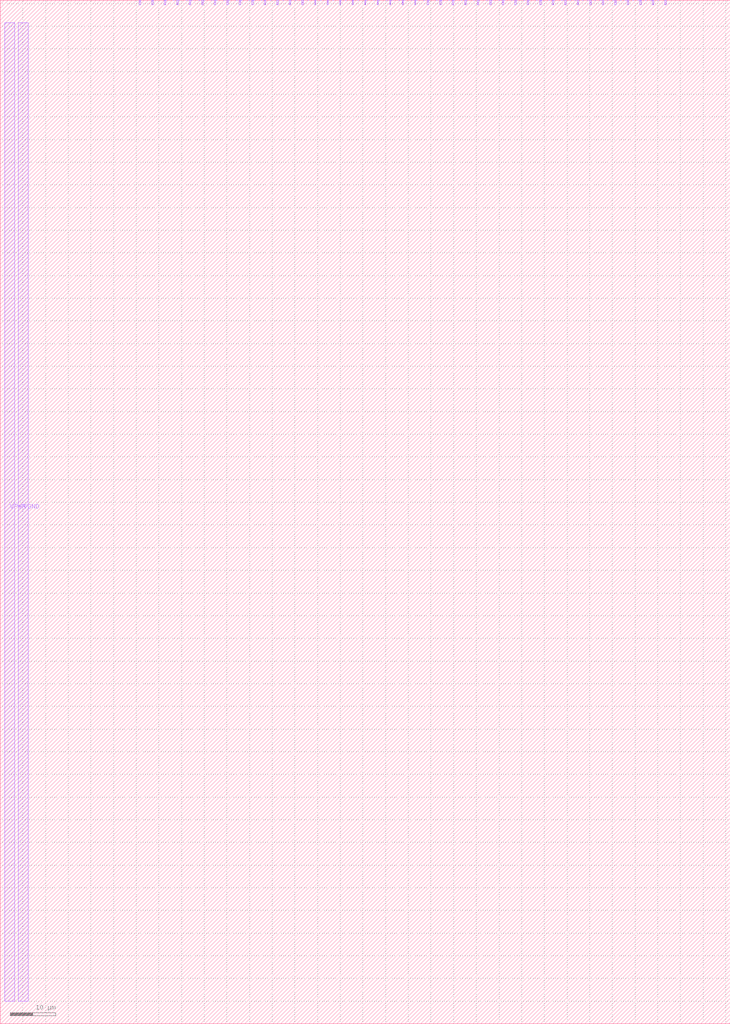
<source format=lef>
VERSION 5.7 ;
  NOWIREEXTENSIONATPIN ON ;
  DIVIDERCHAR "/" ;
  BUSBITCHARS "[]" ;
MACRO tt_um_dpi_adexp
  CLASS BLOCK ;
  FOREIGN tt_um_dpi_adexp ;
  ORIGIN 0.000 0.000 ;
  SIZE 161.000 BY 225.760 ;
  PIN clk
    DIRECTION INPUT ;
    USE SIGNAL ;
    PORT
      LAYER Metal4 ;
        RECT 143.830 224.760 144.130 225.760 ;
    END
  END clk
  PIN ena
    DIRECTION INPUT ;
    USE SIGNAL ;
    PORT
      LAYER Metal4 ;
        RECT 146.590 224.760 146.890 225.760 ;
    END
  END ena
  PIN rst_n
    DIRECTION INPUT ;
    USE SIGNAL ;
    PORT
      LAYER Metal4 ;
        RECT 141.070 224.760 141.370 225.760 ;
    END
  END rst_n
  PIN ui_in[0]
    DIRECTION INPUT ;
    USE SIGNAL ;
    PORT
      LAYER Metal4 ;
        RECT 138.310 224.760 138.610 225.760 ;
    END
  END ui_in[0]
  PIN ui_in[1]
    DIRECTION INPUT ;
    USE SIGNAL ;
    PORT
      LAYER Metal4 ;
        RECT 135.550 224.760 135.850 225.760 ;
    END
  END ui_in[1]
  PIN ui_in[2]
    DIRECTION INPUT ;
    USE SIGNAL ;
    PORT
      LAYER Metal4 ;
        RECT 132.790 224.760 133.090 225.760 ;
    END
  END ui_in[2]
  PIN ui_in[3]
    DIRECTION INPUT ;
    USE SIGNAL ;
    PORT
      LAYER Metal4 ;
        RECT 130.030 224.760 130.330 225.760 ;
    END
  END ui_in[3]
  PIN ui_in[4]
    DIRECTION INPUT ;
    USE SIGNAL ;
    PORT
      LAYER Metal4 ;
        RECT 127.270 224.760 127.570 225.760 ;
    END
  END ui_in[4]
  PIN ui_in[5]
    DIRECTION INPUT ;
    USE SIGNAL ;
    PORT
      LAYER Metal4 ;
        RECT 124.510 224.760 124.810 225.760 ;
    END
  END ui_in[5]
  PIN ui_in[6]
    DIRECTION INPUT ;
    USE SIGNAL ;
    PORT
      LAYER Metal4 ;
        RECT 121.750 224.760 122.050 225.760 ;
    END
  END ui_in[6]
  PIN ui_in[7]
    DIRECTION INPUT ;
    USE SIGNAL ;
    PORT
      LAYER Metal4 ;
        RECT 118.990 224.760 119.290 225.760 ;
    END
  END ui_in[7]
  PIN uio_in[0]
    DIRECTION INPUT ;
    USE SIGNAL ;
    PORT
      LAYER Metal4 ;
        RECT 116.230 224.760 116.530 225.760 ;
    END
  END uio_in[0]
  PIN uio_in[1]
    DIRECTION INPUT ;
    USE SIGNAL ;
    PORT
      LAYER Metal4 ;
        RECT 113.470 224.760 113.770 225.760 ;
    END
  END uio_in[1]
  PIN uio_in[2]
    DIRECTION INPUT ;
    USE SIGNAL ;
    PORT
      LAYER Metal4 ;
        RECT 110.710 224.760 111.010 225.760 ;
    END
  END uio_in[2]
  PIN uio_in[3]
    DIRECTION INPUT ;
    USE SIGNAL ;
    PORT
      LAYER Metal4 ;
        RECT 107.950 224.760 108.250 225.760 ;
    END
  END uio_in[3]
  PIN uio_in[4]
    DIRECTION INPUT ;
    USE SIGNAL ;
    PORT
      LAYER Metal4 ;
        RECT 105.190 224.760 105.490 225.760 ;
    END
  END uio_in[4]
  PIN uio_in[5]
    DIRECTION INPUT ;
    USE SIGNAL ;
    PORT
      LAYER Metal4 ;
        RECT 102.430 224.760 102.730 225.760 ;
    END
  END uio_in[5]
  PIN uio_in[6]
    DIRECTION INPUT ;
    USE SIGNAL ;
    PORT
      LAYER Metal4 ;
        RECT 99.670 224.760 99.970 225.760 ;
    END
  END uio_in[6]
  PIN uio_in[7]
    DIRECTION INPUT ;
    USE SIGNAL ;
    PORT
      LAYER Metal4 ;
        RECT 96.910 224.760 97.210 225.760 ;
    END
  END uio_in[7]
  PIN uio_oe[0]
    DIRECTION OUTPUT ;
    USE SIGNAL ;
    PORT
      LAYER Metal4 ;
        RECT 49.990 224.760 50.290 225.760 ;
    END
  END uio_oe[0]
  PIN uio_oe[1]
    DIRECTION OUTPUT ;
    USE SIGNAL ;
    PORT
      LAYER Metal4 ;
        RECT 47.230 224.760 47.530 225.760 ;
    END
  END uio_oe[1]
  PIN uio_oe[2]
    DIRECTION OUTPUT ;
    USE SIGNAL ;
    PORT
      LAYER Metal4 ;
        RECT 44.470 224.760 44.770 225.760 ;
    END
  END uio_oe[2]
  PIN uio_oe[3]
    DIRECTION OUTPUT ;
    USE SIGNAL ;
    PORT
      LAYER Metal4 ;
        RECT 41.710 224.760 42.010 225.760 ;
    END
  END uio_oe[3]
  PIN uio_oe[4]
    DIRECTION OUTPUT ;
    USE SIGNAL ;
    PORT
      LAYER Metal4 ;
        RECT 38.950 224.760 39.250 225.760 ;
    END
  END uio_oe[4]
  PIN uio_oe[5]
    DIRECTION OUTPUT ;
    USE SIGNAL ;
    PORT
      LAYER Metal4 ;
        RECT 36.190 224.760 36.490 225.760 ;
    END
  END uio_oe[5]
  PIN uio_oe[6]
    DIRECTION OUTPUT ;
    USE SIGNAL ;
    PORT
      LAYER Metal4 ;
        RECT 33.430 224.760 33.730 225.760 ;
    END
  END uio_oe[6]
  PIN uio_oe[7]
    DIRECTION OUTPUT ;
    USE SIGNAL ;
    PORT
      LAYER Metal4 ;
        RECT 30.670 224.760 30.970 225.760 ;
    END
  END uio_oe[7]
  PIN uio_out[0]
    DIRECTION OUTPUT ;
    USE SIGNAL ;
    PORT
      LAYER Metal4 ;
        RECT 72.070 224.760 72.370 225.760 ;
    END
  END uio_out[0]
  PIN uio_out[1]
    DIRECTION OUTPUT ;
    USE SIGNAL ;
    PORT
      LAYER Metal4 ;
        RECT 69.310 224.760 69.610 225.760 ;
    END
  END uio_out[1]
  PIN uio_out[2]
    DIRECTION OUTPUT ;
    USE SIGNAL ;
    PORT
      LAYER Metal4 ;
        RECT 66.550 224.760 66.850 225.760 ;
    END
  END uio_out[2]
  PIN uio_out[3]
    DIRECTION OUTPUT ;
    USE SIGNAL ;
    PORT
      LAYER Metal4 ;
        RECT 63.790 224.760 64.090 225.760 ;
    END
  END uio_out[3]
  PIN uio_out[4]
    DIRECTION OUTPUT ;
    USE SIGNAL ;
    PORT
      LAYER Metal4 ;
        RECT 61.030 224.760 61.330 225.760 ;
    END
  END uio_out[4]
  PIN uio_out[5]
    DIRECTION OUTPUT ;
    USE SIGNAL ;
    PORT
      LAYER Metal4 ;
        RECT 58.270 224.760 58.570 225.760 ;
    END
  END uio_out[5]
  PIN uio_out[6]
    DIRECTION OUTPUT ;
    USE SIGNAL ;
    PORT
      LAYER Metal4 ;
        RECT 55.510 224.760 55.810 225.760 ;
    END
  END uio_out[6]
  PIN uio_out[7]
    DIRECTION OUTPUT ;
    USE SIGNAL ;
    PORT
      LAYER Metal4 ;
        RECT 52.750 224.760 53.050 225.760 ;
    END
  END uio_out[7]
  PIN uo_out[0]
    DIRECTION OUTPUT ;
    USE SIGNAL ;
    PORT
      LAYER Metal4 ;
        RECT 94.150 224.760 94.450 225.760 ;
    END
  END uo_out[0]
  PIN uo_out[1]
    DIRECTION OUTPUT ;
    USE SIGNAL ;
    PORT
      LAYER Metal4 ;
        RECT 91.390 224.760 91.690 225.760 ;
    END
  END uo_out[1]
  PIN uo_out[2]
    DIRECTION OUTPUT ;
    USE SIGNAL ;
    PORT
      LAYER Metal4 ;
        RECT 88.630 224.760 88.930 225.760 ;
    END
  END uo_out[2]
  PIN uo_out[3]
    DIRECTION OUTPUT ;
    USE SIGNAL ;
    PORT
      LAYER Metal4 ;
        RECT 85.870 224.760 86.170 225.760 ;
    END
  END uo_out[3]
  PIN uo_out[4]
    DIRECTION OUTPUT ;
    USE SIGNAL ;
    PORT
      LAYER Metal4 ;
        RECT 83.110 224.760 83.410 225.760 ;
    END
  END uo_out[4]
  PIN uo_out[5]
    DIRECTION OUTPUT ;
    USE SIGNAL ;
    PORT
      LAYER Metal4 ;
        RECT 80.350 224.760 80.650 225.760 ;
    END
  END uo_out[5]
  PIN uo_out[6]
    DIRECTION OUTPUT ;
    USE SIGNAL ;
    PORT
      LAYER Metal4 ;
        RECT 77.590 224.760 77.890 225.760 ;
    END
  END uo_out[6]
  PIN uo_out[7]
    DIRECTION OUTPUT ;
    USE SIGNAL ;
    PORT
      LAYER Metal4 ;
        RECT 74.830 224.760 75.130 225.760 ;
    END
  END uo_out[7]
  PIN VPWR
    DIRECTION INOUT ;
    USE POWER ;
    PORT
      LAYER Metal4 ;
        RECT 1.000 5.000 3.200 220.760 ;
    END
  END VPWR
  PIN VGND
    DIRECTION INOUT ;
    USE GROUND ;
    PORT
      LAYER Metal4 ;
        RECT 4.000 5.000 6.200 220.760 ;
    END
  END VGND
END tt_um_dpi_adexp
END LIBRARY


</source>
